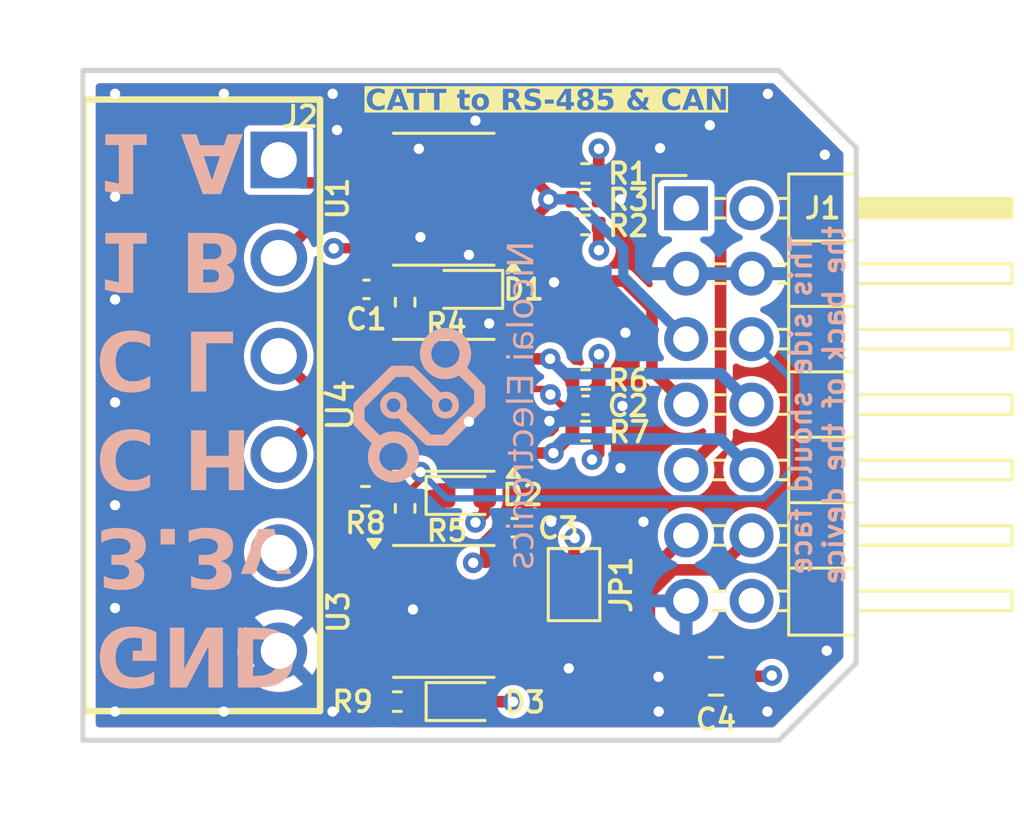
<source format=kicad_pcb>
(kicad_pcb (version 20241229) (generator "pcbnew") (generator_version "9.0")
  (layers (0 "F.Cu" signal) (4 "In1.Cu" signal) (6 "In2.Cu" signal) (2 "B.Cu" signal) (13 "F.Paste" user) (15 "B.Paste" user) (5 "F.SilkS" user "F.Silkscreen") (7 "B.SilkS" user "B.Silkscreen") (1 "F.Mask" user) (3 "B.Mask" user) (25 "Edge.Cuts" user))
  (net 0 "")
  (net 1 "+3.3V")
  (net 3 "GND")
  (net 4 "RX1")
  (net 5 "TX1")
  (net 6 "CAN_RX")
  (net 7 "CAN_MODE")
  (net 8 "Net-(D1-A)")
  (net 9 "DIR1")
  (net 10 "CAN_TX")
  (net 11 "OUT1_N")
  (net 12 "OUT1_P")
  (net 13 "Net-(D3-K)")
  (net 14 "CANH")
  (net 15 "CANL")
  (net 16 "I2C_SCL")
  (net 17 "I2C_SDA")
  (net 18 "Net-(JP1-A)")
  (net 19 "Net-(U4-Rs)")
  (net 21 "Net-(D2-K)")
  (footprint "Resistor_SMD:R_0402_1005Metric" (layer "F.Cu") (at 4.5 -9)
    (property "Reference" "R1")
    (property "Value" "100k" (hide yes))
  )
  (footprint "Resistor_SMD:R_0402_1005Metric" (layer "F.Cu") (at -4.0386 3.5306)
    (property "Reference" "R8")
    (property "Value" "10k" (hide yes))
  )
  (footprint "Resistor_SMD:R_0402_1005Metric" (layer "F.Cu") (at -2.5 -4 -90)
    (property "Reference" "R4")
    (property "Value" "1k" (hide yes))
  )
  (footprint "Package_SO:SOIC-8_3.9x4.9mm_P1.27mm" (layer "F.Cu") (at -1 -8 180)
    (property "Reference" "U1")
    (property "Value" "SN65HVD75DR" (hide yes))
  )
  (footprint "Resistor_SMD:R_0402_1005Metric" (layer "F.Cu") (at 4.5 -8 180)
    (property "Reference" "R3")
    (property "Value" "100k" (hide yes))
  )
  (footprint "Capacitor_SMD:C_0402_1005Metric" (layer "F.Cu") (at -4 -4.5 180)
    (property "Reference" "C1")
    (property "Value" "100n" (hide yes))
  )
  (footprint "Resistor_SMD:R_0402_1005Metric" (layer "F.Cu") (at -2.5 4 -90)
    (property "Reference" "R5")
    (property "Value" "1k" (hide yes))
  )
  (footprint "Capacitor_SMD:C_0402_1005Metric" (layer "F.Cu") (at 1.75 4.75)
    (property "Reference" "C3")
    (property "Value" "100n" (hide yes))
  )
  (footprint "Capacitor_SMD:C_0402_1005Metric" (layer "F.Cu") (at 4.5 0)
    (property "Reference" "C2")
    (property "Value" "100n" (hide yes))
  )
  (footprint "Package_SO:SOP-8_3.9x4.9mm_P1.27mm" (layer "F.Cu") (at -1 8)
    (property "Reference" "U3")
    (property "Value" "24C02BN" (hide yes))
  )
  (footprint "Resistor_SMD:R_0402_1005Metric" (layer "F.Cu") (at -2.8044 11.5)
    (property "Reference" "R9")
    (property "Value" "1k" (hide yes))
  )
  (footprint "Resistor_SMD:R_0402_1005Metric" (layer "F.Cu") (at 4.5 -7)
    (property "Reference" "R2")
    (property "Value" "100k" (hide yes))
  )
  (footprint "Jumper:SolderJumper-2_P1.3mm_Open_TrianglePad1.0x1.5mm" (layer "F.Cu") (at 4.0536 6.9596 90)
    (property "Reference" "JP1")
    (property "Value" "WP" (hide yes))
  )
  (footprint "Resistor_SMD:R_0402_1005Metric" (layer "F.Cu") (at 4.5 1)
    (property "Reference" "R7")
    (property "Value" "100k" (hide yes))
  )
  (footprint "LED_SMD:LED_0603_1608Metric" (layer "F.Cu") (at -0.2 3.5)
    (property "Reference" "D2")
    (property "Value" "LED" (hide yes))
  )
  (footprint "Resistor_SMD:R_0402_1005Metric" (layer "F.Cu") (at 4.5 -1)
    (property "Reference" "R6")
    (property "Value" "100k" (hide yes))
  )
  (footprint "Package_SO:SOIC-8_3.9x4.9mm_P1.27mm" (layer "F.Cu") (at -1 0 180)
    (property "Reference" "U4")
    (property "Value" "SN65HVD230")
  )
  (footprint "Capacitor_SMD:C_0805_2012Metric" (layer "F.Cu") (at 9.5654 10.5156 180)
    (property "Reference" "C4")
    (property "Value" "22u" (hide yes))
  )
  (footprint "library:CONN-TH_WJ15EDGRC-3.81-6P" (layer "F.Cu") (at -7.4 0 -90)
    (property "Reference" "J2")
    (property "Value" "Output" (hide yes))
  )
  (footprint "Connector_PinHeader_2.54mm:PinHeader_2x07_P2.54mm_Horizontal" (layer "F.Cu") (at 8.4 -7.65)
    (property "Reference" "J1")
    (property "Value" "CATT" (hide yes))
  )
  (footprint "LED_SMD:LED_0603_1608Metric" (layer "F.Cu") (at -0.2 11.5)
    (property "Reference" "D3")
    (property "Value" "LED" (hide yes))
  )
  (footprint "LED_SMD:LED_0603_1608Metric" (layer "F.Cu") (at -0.2 -4.5 180)
    (property "Reference" "D1")
    (property "Value" "LED" (hide yes))
  )
  (gr_poly (pts (xy -3.472833 -0.002759) (xy -3.472189 -0.028769) (xy -3.470268 -0.054602) (xy -3.467087 -0.080216) (xy -3.462664 -0.105567) (xy -3.457018 -0.130613) (xy -3.450165 -0.15531) (xy -3.442123 -0.179616) (xy -3.432912 -0.203488) (xy -3.422547 -0.226882) (xy -3.411047 -0.249755) (xy -3.39843 -0.272065) (xy -3.384714 -0.293768) (xy -3.369917 -0.314823) (xy -3.354055 -0.335184) (xy -3.337148 -0.35481) (xy -3.319212 -0.373658) (xy -3.300365 -0.391594) (xy -3.280739 -0.408502) (xy -3.260378 -0.424364) (xy -3.239324 -0.439163) (xy -3.217621 -0.45288) (xy -3.195311 -0.465497) (xy -3.172438 -0.476998) (xy -3.149044 -0.487363) (xy -3.125172 -0.496576) (xy -3.100866 -0.504618) (xy -3.076168 -0.511471) (xy -3.051122 -0.517119) (xy -3.02577 -0.521542) (xy -3.000156 -0.524724) (xy -2.974321 -0.526646) (xy -2.94831 -0.527291) (xy -2.9223 -0.526647) (xy -2.896467 -0.524725) (xy -2.870853 -0.521544) (xy -2.845502 -0.51712) (xy -2.820456 -0.511473) (xy -2.795759 -0.50462) (xy -2.771453 -0.496578) (xy -2.747582 -0.487366) (xy -2.724188 -0.477001) (xy -2.701315 -0.465501) (xy -2.679005 -0.452884) (xy -2.657302 -0.439167) (xy -2.636248 -0.424369) (xy -2.615886 -0.408507) (xy -2.59626 -0.3916) (xy -2.577413 -0.373664) (xy -2.559477 -0.354816) (xy -2.54257 -0.33519) (xy -2.526708 -0.314829) (xy -2.51191 -0.293775) (xy -2.498194 -0.272072) (xy -2.485577 -0.249762) (xy -2.474077 -0.226888) (xy -2.463712 -0.203495) (xy -2.454499 -0.179624) (xy -2.446458 -0.155318) (xy -2.439604 -0.130621) (xy -2.433957 -0.105575) (xy -2.429534 -0.080224) (xy -2.426353 -0.05461) (xy -2.424431 -0.028777) (xy -2.423787 -0.002767) (xy -2.423939 0.008819) (xy -2.424347 0.02039) (xy -2.42501 0.03194) (xy -2.425927 0.043466) (xy -2.427097 0.054963) (xy -2.428519 0.066428) (xy -2.430193 0.077855) (xy -2.432118 0.089242) (xy -2.434294 0.100583) (xy -2.436719 0.111876) (xy -2.439392 0.123115) (xy -2.442314 0.134296) (xy -2.445482 0.145415) (xy -2.448897 0.156469) (xy -2.452558 0.167453) (xy -2.456464 0.178362) (xy -2.299423 0.333655) (xy -2.125909 0.506604) (xy -1.497965 1.136069) (xy -1.026566 1.136069) (xy -0.426068 0.529059) (xy 0.174401 -0.077981) (xy 0.174401 -0.570527) (xy -0.409914 -1.161319) (xy -0.439628 -1.143538) (xy -0.469878 -1.126837) (xy -0.500634 -1.111224) (xy -0.531866 -1.096708) (xy -0.563545 -1.083297) (xy -0.59564 -1.071001) (xy -0.628122 -1.059827) (xy -0.660961 -1.049785) (xy -0.694127 -1.040882) (xy -0.72759 -1.033128) (xy -0.761321 -1.026531) (xy -0.79529 -1.021099) (xy -0.829466 -1.016841) (xy -0.863821 -1.013765) (xy -0.898323 -1.011881) (xy -0.932945 -1.011196) (xy -0.936839 -1.011293) (xy -0.936839 -1.459067) (xy -0.909738 -1.459738) (xy -0.882821 -1.46174) (xy -0.856133 -1.465055) (xy -0.829719 -1.469664) (xy -0.803623 -1.475548) (xy -0.77789 -1.482689) (xy -0.752565 -1.491068) (xy -0.727693 -1.500666) (xy -0.703318 -1.511466) (xy -0.679485 -1.523448) (xy -0.65624 -1.536595) (xy -0.633626 -1.550887) (xy -0.611689 -1.566305) (xy -0.590474 -1.582832) (xy -0.570025 -1.600449) (xy -0.550387 -1.619137) (xy -0.531699 -1.638775) (xy -0.514082 -1.659224) (xy -0.497555 -1.68044) (xy -0.482136 -1.702376) (xy -0.467845 -1.72499) (xy -0.454698 -1.748235) (xy -0.442716 -1.772067) (xy -0.431916 -1.796442) (xy -0.422318 -1.821314) (xy -0.413939 -1.846638) (xy -0.406798 -1.872371) (xy -0.400914 -1.898466) (xy -0.396305 -1.924879) (xy -0.39299 -1.951566) (xy -0.390988 -1.978482) (xy -0.390317 -2.005581) (xy -0.390987 -2.032681) (xy -0.392989 -2.059598) (xy -0.396304 -2.086286) (xy -0.400912 -2.112701) (xy -0.406796 -2.138797) (xy -0.413936 -2.16453) (xy -0.422315 -2.189855) (xy -0.431913 -2.214728) (xy -0.442712 -2.239103) (xy -0.454694 -2.262936) (xy -0.46784 -2.286181) (xy -0.482132 -2.308795) (xy -0.49755 -2.330732) (xy -0.514077 -2.351948) (xy -0.531693 -2.372397) (xy -0.550381 -2.392035) (xy -0.570019 -2.410724) (xy -0.590468 -2.428341) (xy -0.611683 -2.444868) (xy -0.63362 -2.460287) (xy -0.656233 -2.474579) (xy -0.679479 -2.487726) (xy -0.703312 -2.499709) (xy -0.727687 -2.510509) (xy -0.752559 -2.520108) (xy -0.777885 -2.528487) (xy -0.803619 -2.535628) (xy -0.829716 -2.541513) (xy -0.856131 -2.546122) (xy -0.88282 -2.549437) (xy -0.909738 -2.551439) (xy -0.93684 -2.552111) (xy -0.963941 -2.55144) (xy -0.990858 -2.549438) (xy -1.017546 -2.546123) (xy -1.04396 -2.541514) (xy -1.070056 -2.53563) (xy -1.095789 -2.52849) (xy -1.121114 -2.520111) (xy -1.145987 -2.510512) (xy -1.170362 -2.499712) (xy -1.194194 -2.48773) (xy -1.21744 -2.474584) (xy -1.240053 -2.460292) (xy -1.26199 -2.444873) (xy -1.283205 -2.428346) (xy -1.303654 -2.410729) (xy -1.323292 -2.392041) (xy -1.34198 -2.372403) (xy -1.359597 -2.351954) (xy -1.376124 -2.330739) (xy -1.391543 -2.308802) (xy -1.405835 -2.286188) (xy -1.418981 -2.262943) (xy -1.430963 -2.23911) (xy -1.441763 -2.214735) (xy -1.451362 -2.189863) (xy -1.459741 -2.164538) (xy -1.466881 -2.138805) (xy -1.472765 -2.112709) (xy -1.477374 -2.086294) (xy -1.480688 -2.059606) (xy -1.482691 -2.03269) (xy -1.483362 -2.005589) (xy -1.483362 -2.00559) (xy -1.483362 -2.005591) (xy -1.483362 -2.005592) (xy -1.483362 -2.005593) (xy -1.483362 -2.005594) (xy -1.483362 -2.005596) (xy -1.483363 -2.005596) (xy -1.483363 -2.005597) (xy -1.482692 -1.978497) (xy -1.48069 -1.95158) (xy -1.477376 -1.924892) (xy -1.472768 -1.898478) (xy -1.466884 -1.872381) (xy -1.459744 -1.846648) (xy -1.451365 -1.821323) (xy -1.441767 -1.79645) (xy -1.430967 -1.772075) (xy -1.418985 -1.748243) (xy -1.405839 -1.724997) (xy -1.391548 -1.702383) (xy -1.376129 -1.680446) (xy -1.359602 -1.65923) (xy -1.341986 -1.638781) (xy -1.323298 -1.619143) (xy -1.30366 -1.600455) (xy -1.283211 -1.582837) (xy -1.261996 -1.56631) (xy -1.240059 -1.550891) (xy -1.217446 -1.536599) (xy -1.1942 -1.523452) (xy -1.170368 -1.511469) (xy -1.145993 -1.500669) (xy -1.12112 -1.49107) (xy -1.095794 -1.482691) (xy -1.070061 -1.47555) (xy -1.043964 -1.469665) (xy -1.017548 -1.465056) (xy -0.990859 -1.461741) (xy -0.963941 -1.459738) (xy -0.936839 -1.459067) (xy -0.936839 -1.011293) (xy -0.982254 -1.012418) (xy -1.031229 -1.016061) (xy -1.079788 -1.022093) (xy -1.127849 -1.030478) (xy -1.175331 -1.041184) (xy -1.222153 -1.054177) (xy -1.268232 -1.069423) (xy -1.313487 -1.086888) (xy -1.357837 -1.106538) (xy -1.401201 -1.128341) (xy -1.443496 -1.15226) (xy -1.484642 -1.178265) (xy -1.524556 -1.206319) (xy -1.563157 -1.23639) (xy -1.600364 -1.268444) (xy -1.636095 -1.302447) (xy -1.670098 -1.338179) (xy -1.702152 -1.375386) (xy -1.732223 -1.413987) (xy -1.760277 -1.453901) (xy -1.786281 -1.495046) (xy -1.810201 -1.537341) (xy -1.832003 -1.580704) (xy -1.851654 -1.625054) (xy -1.869119 -1.670309) (xy -1.884364 -1.716388) (xy -1.897357 -1.763208) (xy -1.908063 -1.810689) (xy -1.916449 -1.858749) (xy -1.92248 -1.907307) (xy -1.926124 -1.956281) (xy -1.927346 -2.005589) (xy -1.926124 -2.054899) (xy -1.922481 -2.103874) (xy -1.91645 -2.152433) (xy -1.908065 -2.200494) (xy -1.89736 -2.247976) (xy -1.884367 -2.294797) (xy -1.869122 -2.340876) (xy -1.851657 -2.386132) (xy -1.832007 -2.430482) (xy -1.810206 -2.473846) (xy -1.786286 -2.516141) (xy -1.760282 -2.557287) (xy -1.732228 -2.597201) (xy -1.702157 -2.635803) (xy -1.670104 -2.67301) (xy -1.636101 -2.708742) (xy -1.60037 -2.742745) (xy -1.563163 -2.774799) (xy -1.524562 -2.804871) (xy -1.484648 -2.832925) (xy -1.443502 -2.85893) (xy -1.401207 -2.88285) (xy -1.357844 -2.904652) (xy -1.313493 -2.924303) (xy -1.268238 -2.941768) (xy -1.222158 -2.957014) (xy -1.175336 -2.970008) (xy -1.127854 -2.980714) (xy -1.079792 -2.9891) (xy -1.031232 -2.995132) (xy -0.982256 -2.998776) (xy -0.932945 -2.999998) (xy -0.883635 -2.998776) (xy -0.83466 -2.995133) (xy -0.786101 -2.989101) (xy -0.73804 -2.980716) (xy -0.690558 -2.97001) (xy -0.643737 -2.957017) (xy -0.597658 -2.941771) (xy -0.552403 -2.924306) (xy -0.508053 -2.904656) (xy -0.464689 -2.882854) (xy -0.422394 -2.858934) (xy -0.381249 -2.83293) (xy -0.341335 -2.804875) (xy -0.302733 -2.774804) (xy -0.265526 -2.74275) (xy -0.229795 -2.708747) (xy -0.195792 -2.673016) (xy -0.163738 -2.635809) (xy -0.133667 -2.597207) (xy -0.105613 -2.557293) (xy -0.079609 -2.516148) (xy -0.055689 -2.473852) (xy -0.033887 -2.430489) (xy -0.014236 -2.386139) (xy 0.003229 -2.340884) (xy 0.018474 -2.294804) (xy 0.031467 -2.247983) (xy 0.042173 -2.200501) (xy 0.050559 -2.15244) (xy 0.05659 -2.103881) (xy 0.060233 -2.054906) (xy 0.061455 -2.005597) (xy 0.060803 -1.969784) (xy 0.058867 -1.9341) (xy 0.055658 -1.898577) (xy 0.051184 -1.863249) (xy 0.045457 -1.828147) (xy 0.038485 -1.793305) (xy 0.030278 -1.758755) (xy 0.020846 -1.724532) (xy 0.010198 -1.690666) (xy -0.001655 -1.657192) (xy -0.014705 -1.624143) (xy -0.02894 -1.59155) (xy -0.044353 -1.559447) (xy -0.060932 -1.527867) (xy -0.078669 -1.496843) (xy -0.097553 -1.466408) (xy 0.153626 -1.211551) (xy 0.373345 -0.987055) (xy 0.530886 -0.823769) (xy 0.576742 -0.774719) (xy 0.58976 -0.760029) (xy 0.595534 -0.752539) (xy 0.597665 -0.747096) (xy 0.599644 -0.739009) (xy 0.603154 -0.714717) (xy 0.606078 -0.679283) (xy 0.608431 -0.632327) (xy 0.61023 -0.57347) (xy 0.611489 -0.502332) (xy 0.612451 -0.321699) (xy 0.612255 -0.202406) (xy 0.611999 -0.152471) (xy 0.611604 -0.108439) (xy 0.611044 -0.069881) (xy 0.610296 -0.03637) (xy 0.609334 -0.007476) (xy 0.608132 0.017228) (xy 0.606666 0.03817) (xy 0.60491 0.05578) (xy 0.603916 0.063469) (xy 0.60284 0.070486) (xy 0.601679 0.076883) (xy 0.60043 0.082715) (xy 0.59909 0.088035) (xy 0.597656 0.092897) (xy 0.596124 0.097354) (xy 0.594491 0.101459) (xy 0.592755 0.105267) (xy 0.590912 0.108831) (xy 0.588959 0.112204) (xy 0.586893 0.11544) (xy 0.517587 0.191321) (xy 0.357641 0.356848) (xy -0.114161 0.83587) (xy -0.588498 1.310569) (xy -0.751613 1.470692) (xy -0.825357 1.539008) (xy -0.840602 1.547577) (xy -0.849205 1.551115) (xy -0.859089 1.554197) (xy -0.870725 1.556854) (xy -0.884584 1.559117) (xy -0.920848 1.562585) (xy -0.971648 1.56485) (xy -1.040746 1.56616) (xy -1.248895 1.56691) (xy -1.326201 1.566666) (xy -1.400051 1.565966) (xy -1.468702 1.564861) (xy -1.530417 1.563398) (xy -1.583454 1.561626) (xy -1.626074 1.559596) (xy -1.656537 1.557355) (xy -1.666666 1.556171) (xy -1.673103 1.554953) (xy -1.681096 1.550976) (xy -1.693706 1.542107) (xy -1.733151 1.509334) (xy -1.792193 1.455913) (xy -1.871586 1.381126) (xy -2.094442 1.164574) (xy -2.407752 0.853924) (xy -2.599138 0.661817) (xy -2.769219 0.489535) (xy -2.780012 0.49337) (xy -2.790877 0.496966) (xy -2.80181 0.500322) (xy -2.812807 0.503437) (xy -2.823864 0.50631) (xy -2.834977 0.50894) (xy -2.846143 0.511328) (xy -2.857356 0.513471) (xy -2.868613 0.515371) (xy -2.87991 0.517024) (xy -2.891244 0.518432) (xy -2.902609 0.519594) (xy -2.914002 0.520507) (xy -2.92542 0.521173) (xy -2.936857 0.52159) (xy -2.94831 0.521757) (xy -2.949345 0.521731) (xy -2.949345 0.261861) (xy -2.935715 0.261516) (xy -2.922265 0.260493) (xy -2.909009 0.258808) (xy -2.895966 0.256479) (xy -2.883152 0.253521) (xy -2.870584 0.249951) (xy -2.858277 0.245787) (xy -2.846249 0.241045) (xy -2.834517 0.23574) (xy -2.823097 0.229891) (xy -2.812005 0.223513) (xy -2.801259 0.216624) (xy -2.790875 0.209239) (xy -2.780869 0.201376) (xy -2.771259 0.193051) (xy -2.76206 0.184281) (xy -2.75329 0.175083) (xy -2.744966 0.165472) (xy -2.737103 0.155466) (xy -2.729718 0.145082) (xy -2.722829 0.134335) (xy -2.716451 0.123244) (xy -2.710602 0.111823) (xy -2.705298 0.10009) (xy -2.700555 0.088062) (xy -2.696391 0.075755) (xy -2.692821 0.063186) (xy -2.689864 0.050372) (xy -2.687534 0.037328) (xy -2.685849 0.024072) (xy -2.684826 0.010621) (xy -2.684481 -0.003009) (xy -2.684826 -0.016639) (xy -2.68585 -0.03009) (xy -2.687535 -0.043345) (xy -2.689865 -0.056388) (xy -2.692823 -0.069202) (xy -2.696392 -0.081771) (xy -2.700557 -0.094077) (xy -2.7053 -0.106105) (xy -2.710604 -0.117837) (xy -2.716454 -0.129257) (xy -2.722832 -0.140348) (xy -2.729721 -0.151094) (xy -2.737106 -0.161479) (xy -2.744969 -0.171484) (xy -2.753294 -0.181094) (xy -2.762064 -0.190292) (xy -2.771262 -0.199062) (xy -2.780873 -0.207387) (xy -2.790879 -0.215249) (xy -2.801263 -0.222634) (xy -2.812009 -0.229523) (xy -2.8231 -0.2359) (xy -2.834521 -0.241749) (xy -2.846253 -0.247053) (xy -2.85828 -0.251795) (xy -2.870586 -0.255959) (xy -2.883155 -0.259528) (xy -2.895968 -0.262486) (xy -2.909011 -0.264815) (xy -2.922266 -0.266499) (xy -2.935716 -0.267522) (xy -2.949345 -0.267867) (xy -2.962975 -0.267521) (xy -2.976425 -0.266498) (xy -2.989681 -0.264814) (xy -3.002724 -0.262484) (xy -3.015538 -0.259526) (xy -3.028106 -0.255957) (xy -3.040413 -0.251793) (xy -3.05244 -0.24705) (xy -3.064173 -0.241746) (xy -3.075593 -0.235896) (xy -3.086685 -0.229519) (xy -3.097431 -0.222629) (xy -3.107815 -0.215245) (xy -3.117821 -0.207382) (xy -3.127431 -0.199057) (xy -3.136629 -0.190287) (xy -3.145399 -0.181089) (xy -3.153724 -0.171478) (xy -3.161587 -0.161473) (xy -3.168971 -0.151088) (xy -3.175861 -0.140342) (xy -3.182238 -0.129251) (xy -3.188088 -0.11783) (xy -3.193392 -0.106098) (xy -3.198134 -0.09407) (xy -3.202299 -0.081764) (xy -3.205868 -0.069195) (xy -3.208826 -0.056381) (xy -3.211155 -0.043338) (xy -3.21284 -0.030083) (xy -3.213863 -0.016632) (xy -3.214208 -0.003003) (xy -3.214208 -0.002995) (xy -3.213863 0.010635) (xy -3.212839 0.024085) (xy -3.211154 0.037341) (xy -3.208824 0.050383) (xy -3.205866 0.063198) (xy -3.202296 0.075766) (xy -3.198132 0.088072) (xy -3.193389 0.1001) (xy -3.188084 0.111832) (xy -3.182235 0.123252) (xy -3.175857 0.134344) (xy -3.168967 0.14509) (xy -3.161583 0.155474) (xy -3.15372 0.165479) (xy -3.145395 0.175089) (xy -3.136625 0.184287) (xy -3.127426 0.193057) (xy -3.117816 0.201382) (xy -3.10781 0.209244) (xy -3.097426 0.216628) (xy -3.08668 0.223517) (xy -3.075589 0.229895) (xy -3.064169 0.235744) (xy -3.052437 0.241048) (xy -3.040409 0.24579) (xy -3.028103 0.249954) (xy -3.015535 0.253523) (xy -3.002721 0.25648) (xy -2.989679 0.258809) (xy -2.976424 0.260494) (xy -2.962974 0.261516) (xy -2.949345 0.261861) (xy -2.949345 0.521731) (xy -2.97432 0.521113) (xy -3.000153 0.519191) (xy -3.025767 0.51601) (xy -3.051118 0.511586) (xy -3.076164 0.505939) (xy -3.100861 0.499086) (xy -3.125166 0.491044) (xy -3.149038 0.481832) (xy -3.172431 0.471467) (xy -3.195305 0.459967) (xy -3.217614 0.44735) (xy -3.239318 0.433633) (xy -3.260372 0.418835) (xy -3.280733 0.402973) (xy -3.300359 0.386066) (xy -3.319207 0.36813) (xy -3.337142 0.349282) (xy -3.35405 0.329656) (xy -3.369912 0.309295) (xy -3.38471 0.288241) (xy -3.398426 0.266538) (xy -3.411043 0.244228) (xy -3.422543 0.221354) (xy -3.432908 0.197961) (xy -3.442121 0.174089) (xy -3.450162 0.149784) (xy -3.457016 0.125087) (xy -3.462663 0.100041) (xy -3.467086 0.07469) (xy -3.470268 0.049076) (xy -3.472189 0.023243) (xy -3.472834 -0.002767)) (stroke (width -0.000001)) (fill yes) (layer "B.SilkS"))
  (gr_poly (pts (xy -4.506282 0.207879) (xy -4.506051 0.159306) (xy -4.505675 0.116718) (xy -4.505121 0.079647) (xy -4.50436 0.04762) (xy -4.50336 0.020168) (xy -4.50209 -0.003179) (xy -4.500519 -0.022893) (xy -4.499611 -0.031535) (xy -4.498616 -0.039444) (xy -4.497531 -0.04668) (xy -4.496351 -0.053302) (xy -4.495072 -0.059369) (xy -4.493692 -0.064938) (xy -4.492205 -0.07007) (xy -4.490607 -0.074822) (xy -4.488896 -0.079255) (xy -4.487068 -0.083426) (xy -4.485117 -0.087394) (xy -4.483041 -0.091218) (xy -4.478497 -0.09867) (xy -4.410181 -0.172414) (xy -4.250058 -0.335529) (xy -3.775359 -0.809866) (xy -3.296337 -1.281668) (xy -3.130809 -1.441614) (xy -3.054928 -1.51092) (xy -3.040906 -1.518527) (xy -3.03229 -1.521695) (xy -3.022021 -1.524472) (xy -2.99477 -1.528954) (xy -2.955653 -1.532176) (xy -2.901167 -1.534338) (xy -2.827812 -1.535642) (xy -2.610486 -1.536478) (xy -2.511742 -1.536258) (xy -2.426372 -1.535527) (xy -2.353973 -1.534271) (xy -2.294138 -1.532474) (xy -2.246463 -1.530119) (xy -2.227059 -1.528729) (xy -2.210542 -1.527193) (xy -2.196863 -1.525511) (xy -2.185971 -1.523679) (xy -2.177815 -1.521697) (xy -2.172345 -1.519562) (xy -2.136649 -1.488428) (xy -2.055645 -1.411701) (xy -1.793908 -1.157322) (xy -1.12488 -0.495798) (xy -1.128163 -0.494637) (xy -1.131437 -0.493455) (xy -1.134704 -0.49225) (xy -1.137964 -0.491024) (xy -1.143989 -0.488435) (xy -1.14998 -0.485771) (xy -1.155937 -0.483032) (xy -1.161859 -0.48022) (xy -1.167746 -0.477333) (xy -1.173596 -0.474373) (xy -1.179409 -0.47134) (xy -1.185185 -0.468234) (xy -1.19092 -0.465053) (xy -1.196613 -0.461801) (xy -1.202266 -0.458478) (xy -1.207876 -0.455086) (xy -1.213443 -0.451623) (xy -1.218967 -0.44809) (xy -1.224446 -0.444489) (xy -1.229881 -0.440819) (xy -1.23527 -0.437082) (xy -1.240612 -0.433279) (xy -1.245905 -0.429409) (xy -1.25115 -0.425474) (xy -1.256345 -0.421473) (xy -1.26149 -0.417408) (xy -1.266584 -0.413278) (xy -1.271626 -0.409084) (xy -1.276611 -0.404831) (xy -1.281543 -0.400516) (xy -1.286419 -0.39614) (xy -1.291241 -0.391703) (xy -1.296007 -0.387207) (xy -1.300716 -0.382651) (xy -1.305369 -0.378037) (xy -1.309964 -0.373364) (xy -1.314506 -0.368631) (xy -1.318988 -0.363841) (xy -1.323409 -0.358996) (xy -1.327769 -0.354096) (xy -1.332068 -0.349142) (xy -1.336304 -0.344135) (xy -1.340478 -0.339074) (xy -1.344589 -0.333961) (xy -1.348631 -0.328802) (xy -1.352609 -0.323593) (xy -1.35652 -0.318335) (xy -1.360366 -0.313028) (xy -1.364144 -0.307674) (xy -1.367856 -0.302274) (xy -1.3715 -0.296826) (xy -1.375077 -0.291333) (xy -1.378584 -0.285792) (xy -1.382021 -0.280208) (xy -1.385388 -0.274583) (xy -1.388684 -0.268915) (xy -1.391908 -0.263208) (xy -1.395062 -0.25746) (xy -1.398144 -0.251672) (xy -1.401153 -0.245846) (xy -1.404091 -0.239983) (xy -1.406956 -0.234084) (xy -1.409746 -0.228151) (xy -1.412462 -0.222183) (xy -1.415103 -0.216182) (xy -1.417668 -0.210148) (xy -1.420159 -0.204081) (xy -1.422574 -0.197983) (xy -1.423758 -0.194535) (xy -1.424602 -0.192018) (xy -1.418368 -0.208173) (xy -1.408003 -0.231567) (xy -1.396504 -0.25444) (xy -1.383887 -0.27675) (xy -1.37017 -0.298454) (xy -1.355373 -0.319508) (xy -1.339511 -0.33987) (xy -1.322604 -0.359496) (xy -1.304668 -0.378343) (xy -1.285821 -0.39628) (xy -1.266195 -0.413188) (xy -1.245834 -0.42905) (xy -1.22478 -0.443848) (xy -1.203077 -0.457565) (xy -1.180767 -0.470182) (xy -1.157894 -0.481683) (xy -1.1345 -0.492048) (xy -1.110629 -0.501261) (xy -1.086323 -0.509303) (xy -1.061625 -0.516157) (xy -1.036579 -0.521804) (xy -1.011227 -0.526228) (xy -0.985613 -0.529409) (xy -0.959779 -0.531331) (xy -0.933768 -0.531976) (xy -0.907758 -0.531332) (xy -0.881925 -0.52941) (xy -0.856311 -0.526229) (xy -0.83096 -0.521806) (xy -0.805914 -0.516159) (xy -0.781217 -0.509305) (xy -0.756912 -0.501264) (xy -0.73304 -0.492051) (xy -0.709647 -0.481686) (xy -0.686773 -0.470186) (xy -0.664463 -0.457569) (xy -0.64276 -0.443852) (xy -0.621706 -0.429054) (xy -0.601345 -0.413192) (xy -0.581719 -0.396285) (xy -0.562871 -0.378349) (xy -0.544936 -0.359501) (xy -0.528028 -0.339875) (xy -0.512166 -0.319514) (xy -0.497368 -0.29846) (xy -0.483652 -0.276757) (xy -0.471035 -0.254447) (xy -0.459535 -0.231574) (xy -0.44917 -0.208181) (xy -0.439958 -0.18431) (xy -0.431916 -0.160005) (xy -0.425063 -0.135308) (xy -0.419416 -0.110263) (xy -0.414992 -0.084913) (xy -0.411811 -0.0593) (xy -0.409889 -0.033468) (xy -0.409245 -0.00746) (xy -0.409889 0.01855) (xy -0.41181 0.044383) (xy -0.414991 0.069997) (xy -0.419414 0.095348) (xy -0.42506 0.120394) (xy -0.431913 0.145091) (xy -0.439954 0.169397) (xy -0.449166 0.193269) (xy -0.459531 0.216663) (xy -0.47103 0.239536) (xy -0.483647 0.261846) (xy -0.497363 0.28355) (xy -0.512161 0.304604) (xy -0.528023 0.324965) (xy -0.54493 0.344591) (xy -0.562866 0.363439) (xy -0.581713 0.381375) (xy -0.601339 0.398283) (xy -0.6217 0.414145) (xy -0.642754 0.428944) (xy -0.664457 0.442661) (xy -0.686767 0.455278) (xy -0.70964 0.466778) (xy -0.733034 0.477144) (xy -0.756905 0.486357) (xy -0.781211 0.494399) (xy -0.805909 0.501252) (xy -0.830955 0.5069) (xy -0.856307 0.511323) (xy -0.881921 0.514505) (xy -0.907755 0.516427) (xy -0.933766 0.517072) (xy -0.934802 0.517046) (xy -0.934802 0.257176) (xy -0.921172 0.25683) (xy -0.907721 0.255807) (xy -0.894466 0.254123) (xy -0.881423 0.251793) (xy -0.868609 0.248835) (xy -0.85604 0.245266) (xy -0.843733 0.241102) (xy -0.831706 0.236359) (xy -0.819973 0.231055) (xy -0.808553 0.225205) (xy -0.797462 0.218828) (xy -0.786715 0.211938) (xy -0.776331 0.204554) (xy -0.766325 0.19669) (xy -0.756715 0.188366) (xy -0.747517 0.179596) (xy -0.738747 0.170397) (xy -0.730422 0.160786) (xy -0.722559 0.15078) (xy -0.715175 0.140396) (xy -0.708285 0.12965) (xy -0.701908 0.118558) (xy -0.696059 0.107137) (xy -0.690754 0.095404) (xy -0.686012 0.083376) (xy -0.681848 0.071069) (xy -0.678278 0.0585) (xy -0.675321 0.045686) (xy -0.672991 0.032642) (xy -0.671307 0.019387) (xy -0.670283 0.005935) (xy -0.669939 -0.007695) (xy -0.670284 -0.021325) (xy -0.671307 -0.034775) (xy -0.672993 -0.048031) (xy -0.675322 -0.061074) (xy -0.678281 -0.073888) (xy -0.68185 -0.086456) (xy -0.686015 -0.098762) (xy -0.690758 -0.11079) (xy -0.696062 -0.122522) (xy -0.701912 -0.133942) (xy -0.70829 -0.145033) (xy -0.715179 -0.155779) (xy -0.722564 -0.166164) (xy -0.730427 -0.176169) (xy -0.738752 -0.185779) (xy -0.747522 -0.194977) (xy -0.75672 -0.203747) (xy -0.766331 -0.212071) (xy -0.776336 -0.219934) (xy -0.78672 -0.227318) (xy -0.797466 -0.234207) (xy -0.808558 -0.240584) (xy -0.819978 -0.246433) (xy -0.83171 -0.251737) (xy -0.843737 -0.256479) (xy -0.856043 -0.260643) (xy -0.868612 -0.264212) (xy -0.881425 -0.26717) (xy -0.894468 -0.269499) (xy -0.907722 -0.271183) (xy -0.921173 -0.272206) (xy -0.934802 -0.27255) (xy -0.948431 -0.272206) (xy -0.961882 -0.271182) (xy -0.975137 -0.269498) (xy -0.98818 -0.267168) (xy -1.000994 -0.264211) (xy -1.013563 -0.260641) (xy -1.025869 -0.256477) (xy -1.037897 -0.251734) (xy -1.049629 -0.24643) (xy -1.06105 -0.240581) (xy -1.072141 -0.234203) (xy -1.082887 -0.227314) (xy -1.093272 -0.21993) (xy -1.103277 -0.212067) (xy -1.112888 -0.203742) (xy -1.122086 -0.194972) (xy -1.130856 -0.185774) (xy -1.139181 -0.176163) (xy -1.147044 -0.166158) (xy -1.154428 -0.155773) (xy -1.161318 -0.145027) (xy -1.167695 -0.133936) (xy -1.173545 -0.122515) (xy -1.178849 -0.110783) (xy -1.183591 -0.098755) (xy -1.187756 -0.086449) (xy -1.191325 -0.07388) (xy -1.194283 -0.061066) (xy -1.196613 -0.048023) (xy -1.198297 -0.034768) (xy -1.19932 -0.021317) (xy -1.199665 -0.007687) (xy -1.199665 -0.007681) (xy -1.19932 0.005949) (xy -1.198297 0.0194) (xy -1.196611 0.032655) (xy -1.194282 0.045698) (xy -1.191323 0.058512) (xy -1.187754 0.07108) (xy -1.183589 0.083387) (xy -1.178846 0.095414) (xy -1.173542 0.107146) (xy -1.167692 0.118566) (xy -1.161314 0.129658) (xy -1.154425 0.140404) (xy -1.14704 0.150788) (xy -1.139177 0.160793) (xy -1.130852 0.170404) (xy -1.122082 0.179602) (xy -1.112883 0.188371) (xy -1.103273 0.196696) (xy -1.093267 0.204559) (xy -1.082883 0.211943) (xy -1.072137 0.218832) (xy -1.061045 0.225209) (xy -1.049625 0.231058) (xy -1.037893 0.236362) (xy -1.025866 0.241104) (xy -1.01356 0.245268) (xy -1.000991 0.248837) (xy -0.988178 0.251795) (xy -0.975135 0.254124) (xy -0.961881 0.255808) (xy -0.948431 0.256831) (xy -0.934802 0.257176) (xy -0.934802 0.517046) (xy -0.959776 0.516428) (xy -0.985609 0.514506) (xy -1.011223 0.511324) (xy -1.036574 0.506901) (xy -1.06162 0.501254) (xy -1.086317 0.494401) (xy -1.110623 0.486359) (xy -1.134494 0.477147) (xy -1.157888 0.466782) (xy -1.180761 0.455282) (xy -1.203071 0.442664) (xy -1.224774 0.428948) (xy -1.245828 0.41415) (xy -1.26619 0.398288) (xy -1.285816 0.38138) (xy -1.304663 0.363444) (xy -1.322599 0.344597) (xy -1.339506 0.324971) (xy -1.355368 0.30461) (xy -1.370166 0.283556) (xy -1.383882 0.261852) (xy -1.3965 0.239543) (xy -1.408 0.216669) (xy -1.418365 0.193276) (xy -1.427577 0.169404) (xy -1.435619 0.145099) (xy -1.442472 0.120401) (xy -1.448119 0.095356) (xy -1.452543 0.070005) (xy -1.455724 0.044391) (xy -1.457646 0.018557) (xy -1.458291 -0.007452) (xy -1.45829 -0.007451) (xy -1.45829 -0.00745) (xy -1.45829 -0.007449) (xy -1.45829 -0.007448) (xy -1.45829 -0.007447) (xy -1.45829 -0.007446) (xy -1.45829 -0.007445) (xy -1.457646 -0.033455) (xy -1.455725 -0.059288) (xy -1.452544 -0.084902) (xy -1.448121 -0.110253) (xy -1.442474 -0.135299) (xy -1.435621 -0.159996) (xy -1.42758 -0.184302) (xy -1.427512 -0.184478) (xy -1.559926 -0.313613) (xy -1.70703 -0.458223) (xy -2.354385 -1.09846) (xy -2.861504 -1.09846) (xy -3.468545 -0.49796) (xy -4.075586 0.102539) (xy -4.075586 0.573938) (xy -3.481948 1.16609) (xy -3.451891 1.147746) (xy -3.421273 1.130514) (xy -3.390123 1.114405) (xy -3.358473 1.099426) (xy -3.326356 1.085587) (xy -3.293801 1.072896) (xy -3.260841 1.061364) (xy -3.227506 1.050999) (xy -3.193829 1.041811) (xy -3.159839 1.033808) (xy -3.125569 1.027) (xy -3.091051 1.021395) (xy -3.056314 1.017004) (xy -3.021391 1.013834) (xy -2.986312 1.011896) (xy -2.95111 1.011198) (xy -2.901801 1.01242) (xy -2.852826 1.016063) (xy -2.804267 1.022095) (xy -2.756206 1.03048) (xy -2.708724 1.041187) (xy -2.661903 1.054179) (xy -2.615823 1.069425) (xy -2.570568 1.08689) (xy -2.526218 1.10654) (xy -2.482854 1.128342) (xy -2.440559 1.152262) (xy -2.399414 1.178266) (xy -2.3595 1.206321) (xy -2.320898 1.236392) (xy -2.283691 1.268445) (xy -2.24796 1.302448) (xy -2.213957 1.33818) (xy -2.181903 1.375387) (xy -2.151832 1.413988) (xy -2.123778 1.453902) (xy -2.097774 1.495048) (xy -2.073854 1.537343) (xy -2.052052 1.580706) (xy -2.032401 1.625056) (xy -2.014936 1.670311) (xy -1.999691 1.716389) (xy -1.986698 1.76321) (xy -1.975992 1.810691) (xy -1.967606 1.858752) (xy -1.961575 1.907309) (xy -1.957931 1.956283) (xy -1.956709 2.005591) (xy -1.957931 2.054901) (xy -1.961574 2.103876) (xy -1.967605 2.152435) (xy -1.97599 2.200496) (xy -1.986696 2.247978) (xy -1.999688 2.294799) (xy -2.014933 2.340878) (xy -2.032398 2.386134) (xy -2.052048 2.430484) (xy -2.07385 2.473847) (xy -2.097769 2.516143) (xy -2.123773 2.557288) (xy -2.151827 2.597202) (xy -2.181898 2.635804) (xy -2.213952 2.673011) (xy -2.247955 2.708743) (xy -2.283686 2.742746) (xy -2.320893 2.7748) (xy -2.359494 2.804872) (xy -2.399408 2.832927) (xy -2.440553 2.858931) (xy -2.482848 2.882851) (xy -2.526212 2.904654) (xy -2.570562 2.924304) (xy -2.615818 2.94177) (xy -2.661897 2.957016) (xy -2.708719 2.970009) (xy -2.756202 2.980716) (xy -2.804263 2.989102) (xy -2.852823 2.995134) (xy -2.901799 2.998778) (xy -2.95111 3) (xy -2.955003 2.999903) (xy -2.955003 2.552122) (xy -2.927903 2.551451) (xy -2.900986 2.549448) (xy -2.874298 2.546134) (xy -2.847883 2.541525) (xy -2.821787 2.535641) (xy -2.796054 2.5285) (xy -2.770729 2.520121) (xy -2.745857 2.510523) (xy -2.721482 2.499723) (xy -2.697649 2.48774) (xy -2.674404 2.474594) (xy -2.65179 2.460302) (xy -2.629853 2.444884) (xy -2.608638 2.428356) (xy -2.588189 2.41074) (xy -2.568551 2.392052) (xy -2.549863 2.372414) (xy -2.532247 2.351965) (xy -2.515719 2.33075) (xy -2.500301 2.308813) (xy -2.486009 2.286199) (xy -2.472863 2.262954) (xy -2.46088 2.239122) (xy -2.450081 2.214747) (xy -2.440482 2.189875) (xy -2.432103 2.164551) (xy -2.424962 2.138818) (xy -2.419078 2.112723) (xy -2.414469 2.08631) (xy -2.411155 2.059623) (xy -2.409152 2.032708) (xy -2.408481 2.005608) (xy -2.409152 1.978508) (xy -2.411154 1.951591) (xy -2.414468 1.924903) (xy -2.419076 1.898489) (xy -2.42496 1.872393) (xy -2.4321 1.84666) (xy -2.440479 1.821334) (xy -2.450077 1.796462) (xy -2.460876 1.772087) (xy -2.472858 1.748254) (xy -2.486004 1.725008) (xy -2.500296 1.702394) (xy -2.515714 1.680457) (xy -2.532241 1.659242) (xy -2.549858 1.638792) (xy -2.568546 1.619154) (xy -2.588183 1.600466) (xy -2.608632 1.582849) (xy -2.629848 1.566321) (xy -2.651784 1.550902) (xy -2.674398 1.53661) (xy -2.697643 1.523463) (xy -2.721476 1.511481) (xy -2.745851 1.500681) (xy -2.770724 1.491081) (xy -2.796049 1.482702) (xy -2.821783 1.475561) (xy -2.84788 1.469676) (xy -2.874295 1.465067) (xy -2.900984 1.461752) (xy -2.927902 1.45975) (xy -2.955004 1.459078) (xy -2.982105 1.459749) (xy -3.009021 1.461751) (xy -3.035709 1.465066) (xy -3.062124 1.469674) (xy -3.08822 1.475558) (xy -3.113953 1.482699) (xy -3.139278 1.491078) (xy -3.16415 1.500677) (xy -3.188525 1.511477) (xy -3.212358 1.523459) (xy -3.235603 1.536606) (xy -3.258217 1.550897) (xy -3.280153 1.566316) (xy -3.301369 1.582843) (xy -3.321818 1.60046) (xy -3.341456 1.619148) (xy -3.360144 1.638786) (xy -3.377761 1.659235) (xy -3.394288 1.680451) (xy -3.409707 1.702387) (xy -3.423999 1.725001) (xy -3.437145 1.748246) (xy -3.449128 1.772079) (xy -3.459928 1.796454) (xy -3.469526 1.821326) (xy -3.477905 1.846651) (xy -3.485046 1.872384) (xy -3.49093 1.89848) (xy -3.495539 1.924894) (xy -3.498853 1.951582) (xy -3.500856 1.978499) (xy -3.501527 2.005596) (xy -3.500856 2.032692) (xy -3.498855 2.059609) (xy -3.49554 2.086297) (xy -3.490932 2.112711) (xy -3.485049 2.138808) (xy -3.477908 2.164541) (xy -3.46953 2.189866) (xy -3.459932 2.214738) (xy -3.449132 2.239113) (xy -3.43715 2.262946) (xy -3.424004 2.286192) (xy -3.409713 2.308806) (xy -3.394295 2.330743) (xy -3.377768 2.351958) (xy -3.360151 2.372408) (xy -3.341463 2.392046) (xy -3.321826 2.410734) (xy -3.301377 2.428351) (xy -3.280161 2.444879) (xy -3.258225 2.460298) (xy -3.235611 2.47459) (xy -3.212366 2.487736) (xy -3.188533 2.499719) (xy -3.164158 2.510519) (xy -3.139285 2.520118) (xy -3.113959 2.528498) (xy -3.088226 2.535639) (xy -3.062128 2.541523) (xy -3.035713 2.546132) (xy -3.009024 2.549448) (xy -2.982105 2.55145) (xy -2.955003 2.552122) (xy -2.955003 2.999903) (xy -3.00042 2.998778) (xy -3.049395 2.995135) (xy -3.097954 2.989103) (xy -3.146015 2.980717) (xy -3.193497 2.970011) (xy -3.240318 2.957018) (xy -3.286397 2.941773) (xy -3.331653 2.924308) (xy -3.376003 2.904657) (xy -3.419366 2.882855) (xy -3.461662 2.858936) (xy -3.502807 2.832932) (xy -3.542721 2.804877) (xy -3.581323 2.774806) (xy -3.61853 2.742753) (xy -3.654261 2.70875) (xy -3.688264 2.673018) (xy -3.720318 2.635811) (xy -3.750389 2.59721) (xy -3.778443 2.557296) (xy -3.804447 2.51615) (xy -3.828367 2.473855) (xy -3.850169 2.430492) (xy -3.869819 2.386141) (xy -3.887284 2.340886) (xy -3.90253 2.294807) (xy -3.915523 2.247986) (xy -3.926229 2.200504) (xy -3.934614 2.152442) (xy -3.940646 2.103884) (xy -3.944289 2.054909) (xy -3.945511 2.005599) (xy -3.944864 1.970955) (xy -3.943015 1.936428) (xy -3.939973 1.902049) (xy -3.935748 1.867847) (xy -3.930346 1.833852) (xy -3.923778 1.800093) (xy -3.916051 1.766602) (xy -3.907174 1.733407) (xy -3.897155 1.700538) (xy -3.886004 1.668026) (xy -3.873728 1.6359) (xy -3.860336 1.604191) (xy -3.845837 1.572927) (xy -3.83024 1.542139) (xy -3.813552 1.511857) (xy -3.795782 1.48211) (xy -3.808013 1.46994) (xy -3.971655 1.305202) (xy -4.111713 1.163197) (xy -4.228859 1.04322) (xy -4.323766 0.944563) (xy -4.397105 0.866523) (xy -4.425897 0.835014) (xy -4.449549 0.808393) (xy -4.468145 0.786574) (xy -4.481769 0.769469) (xy -4.490504 0.756988) (xy -4.493066 0.752454) (xy -4.494436 0.749043) (xy -4.496842 0.732479) (xy -4.499087 0.70202) (xy -4.5029 0.606373) (xy -4.505478 0.476017) (xy -4.506425 0.324866) (xy -4.506429 0.324867)) (stroke (width -0.000001)) (fill yes) (layer "B.SilkS"))
  (gr_line (start 15 -10) (end 15 10) (stroke (width 0.2)) (layer "Edge.Cuts"))
  (gr_line (start -15 -13) (end 12 -13) (stroke (width 0.2)) (layer "Edge.Cuts"))
  (gr_line (start 15 10) (end 12 13) (stroke (width 0.2)) (layer "Edge.Cuts"))
  (gr_line (start -15 -13) (end -15 13) (stroke (width 0.2)) (layer "Edge.Cuts"))
  (gr_line (start 15 -10) (end 12 -13) (stroke (width 0.2)) (layer "Edge.Cuts"))
  (gr_line (start -15 13) (end 12 13) (stroke (width 0.2)) (layer "Edge.Cuts"))
  (gr_text "CATT to RS-485 & CAN" (at 3 -11.8 0) (layer "F.SilkS" knockout) (effects (font (size 0.8 0.8) (thickness 0.15) (bold yes))))
  (gr_text "GND\n3.3v\nC H\nC L\n1 B\n1 A" (at -14.5 0 180) (layer "B.SilkS") (effects (font (size 2.28 2.25) (thickness 0.15) (bold yes)) (justify left mirror)))
  (gr_text "Nicolai Electronics" (at 2.053011 0.000001 90) (layer "B.SilkS") (effects (font (size 1 1)) (justify mirror)))
  (gr_text "This side should face\nthe back of the device" (at 13.5 0 90) (layer "B.SilkS") (effects (font (size 0.8 0.8)) (justify mirror)))
  (segment (start 5.01 -7) (end 5.01 -6.0286) (width 0.45) (layer "F.Cu") (net 1))
  (segment (start 5.01 -0.99) (end 4.02 0) (width 0.2) (layer "F.Cu") (net 1))
  (segment (start 5.01 -1.9724) (end 5.0188 -1.9812) (width 0.45) (layer "F.Cu") (net 1))
  (segment (start 5.01 -6.0286) (end 5.0188 -6.0198) (width 0.45) (layer "F.Cu") (net 1))
  (segment (start 5.01 -9) (end 5.01 -9.948) (width 0.45) (layer "F.Cu") (net 1))
  (segment (start 4.0536 5.1816) (end 4.079 5.1562) (width 0.45) (layer "F.Cu") (net 1))
  (segment (start 2.921 -0.635) (end 1.475 -0.635) (width 0.25) (layer "F.Cu") (net 1))
  (segment (start 0.5875 4.1877) (end 0.2286 4.5466) (width 0.45) (layer "F.Cu") (net 1))
  (segment (start 1.1578 4.75) (end 0.6246 5.2832) (width 0.45) (layer "F.Cu") (net 1))
  (segment (start 1.625 6.095) (end 0.6246 6.095) (width 0.4) (layer "F.Cu") (net 1))
  (segment (start 1.6914 11.5062) (end 0.5937 11.5062) (width 0.45) (layer "F.Cu") (net 1))
  (segment (start 0.6246 5.2832) (end 0.6246 6.095) (width 0.45) (layer "F.Cu") (net 1))
  (segment (start 1.27 4.75) (end 1.1578 4.75) (width 0.45) (layer "F.Cu") (net 1))
  (segment (start 0.1618 6.095) (end 0.142 6.1148) (width 0.4) (layer "F.Cu") (net 1))
  (segment (start 5.01 1.8584) (end 5.01 1) (width 0.45) (layer "F.Cu") (net 1))
  (segment (start 0.6246 6.095) (end 0.1618 6.095) (width 0.4) (layer "F.Cu") (net 1))
  (segment (start 5.01 0.99) (end 4.02 0) (width 0.2) (layer "F.Cu") (net 1))
  (segment (start 5.01 -9.948) (end 5.0188 -9.9568) (width 0.45) (layer "F.Cu") (net 1))
  (segment (start 3.1369 -0.4191) (end 2.921 -0.635) (width 0.25) (layer "F.Cu") (net 1))
  (segment (start 4.02 0) (end 3.556 0) (width 0.25) (layer "F.Cu") (net 1))
  (segment (start 5.01 -1) (end 5.01 -1.9724) (width 0.45) (layer "F.Cu") (net 1))
  (segment (start 4.7602 2.1082) (end 5.01 1.8584) (width 0.45) (layer "F.Cu") (net 1))
  (segment (start 10.5154 10.5156) (end 11.699 10.5156) (width 0.45) (layer "F.Cu") (net 1))
  (segment (start 0.5875 3.5) (end 0.5875 4.1877) (width 0.45) (layer "F.Cu") (net 1))
  (segment (start 11.699 10.5156) (end 11.7244 10.4902) (width 0.45) (layer "F.Cu") (net 1))
  (segment (start 3.556 0) (end 3.1369 -0.4191) (width 0.25) (layer "F.Cu") (net 1))
  (segment (start 4.0536 6.2346) (end 4.0536 5.1816) (width 0.45) (layer "F.Cu") (net 1))
  (segment (start 4.7498 2.1082) (end 4.7602 2.1082) (width 0.45) (layer "F.Cu") (net 1))
  (segment (start -3.475 -6.095) (end -5.2626 -6.095) (width 0.4) (layer "F.Cu") (net 1))
  (segment (start -3.52 -4.5) (end -3.52 -6.05) (width 0.4) (layer "F.Cu") (net 1))
  (segment (start -5.2626 -6.095) (end -5.2682 -6.0894) (width 0.4) (layer "F.Cu") (net 1))
  (via (at 5.0188 -6.0198) (size 0.8) (drill 0.4) (layers "F.Cu" "B.Cu") (net 1))
  (via (at 5.0188 -9.9568) (size 0.8) (drill 0.4) (layers "F.Cu" "B.Cu") (net 1))
  (via (at 0.2286 4.5466) (size 0.8) (drill 0.4) (layers "F.Cu" "B.Cu") (net 1))
  (via (at 1.6914 11.5062) (size 0.8) (drill 0.4) (layers "F.Cu" "B.Cu") (net 1))
  (via (at 4.079 5.1562) (size 0.8) (drill 0.4) (layers "F.Cu" "B.Cu") (net 1))
  (via (at 0.142 6.1148) (size 0.8) (drill 0.4) (layers "F.Cu" "B.Cu") (net 1))
  (via (at 3.1369 -0.4191) (size 0.8) (drill 0.4) (layers "F.Cu" "B.Cu") (net 1))
  (via (at -5.2682 -6.0894) (size 0.8) (drill 0.4) (layers "F.Cu" "B.Cu") (net 1))
  (via (at 5.0188 -1.9812) (size 0.8) (drill 0.4) (layers "F.Cu" "B.Cu") (net 1))
  (via (at 11.7244 10.4902) (size 0.8) (drill 0.4) (layers "F.Cu" "B.Cu") (net 1))
  (via (at 4.7498 2.1082) (size 0.8) (drill 0.4) (layers "F.Cu" "B.Cu") (net 1))
  (segment (start -5.1412 -10.3058) (end -5.1412 -10.6868) (width 0.4) (layer "F.Cu") (net 3))
  (segment (start 1.475 0.635) (end -0.0254 0.635) (width 0.25) (layer "F.Cu") (net 3))
  (segment (start 3.0734 0.635) (end 3.0988 0.6096) (width 0.2) (layer "F.Cu") (net 3))
  (segment (start -5.1412 -10.3058) (end -4.7404 -9.905) (width 0.4) (layer "F.Cu") (net 3))
  (segment (start -3.475 -9.905) (end -4.7404 -9.905) (width 0.4) (layer "F.Cu") (net 3))
  (segment (start 1.475 0.635) (end 3.0734 0.635) (width 0.2) (layer "F.Cu") (net 3))
  (via (at 3.2766 -4.7752) (size 0.8) (drill 0.4) (layers "F.Cu" "B.Cu") (net 3))
  (via (at 9.3218 -10.8712) (size 0.8) (drill 0.4) (layers "F.Cu" "B.Cu") (net 3))
  (via (at 6.0452 -2.8194) (size 0.8) (drill 0.4) (layers "F.Cu" "B.Cu") (net 3))
  (via (at 11.555067 11.8872) (size 0.8) (drill 0.4) (layers "F.Cu" "B.Cu") (net 3))
  (via (at -13.7518 11.8872) (size 0.8) (drill 0.4) (layers "F.Cu" "B.Cu") (net 3))
  (via (at 5.857 2.4384) (size 0.8) (drill 0.4) (layers "F.Cu" "B.Cu") (net 3))
  (via (at 3.0988 0.6096) (size 0.8) (drill 0.4) (layers "F.Cu" "B.Cu") (net 3))
  (via (at 13.7818 -9.7282) (size 0.8) (drill 0.4) (layers "F.Cu" "B.Cu") (net 3))
  (via (at -13.7518 -0.1143) (size 0.8) (drill 0.4) (layers "F.Cu" "B.Cu") (net 3))
  (via (at -13.7518 3.877733) (size 0.8) (drill 0.4) (layers "F.Cu" "B.Cu") (net 3))
  (via (at -0.0254 -5.842) (size 0.8) (drill 0.4) (layers "F.Cu" "B.Cu") (net 3))
  (via (at -1.905 -6.5278) (size 0.8) (drill 0.4) (layers "F.Cu" "B.Cu") (net 3))
  (via (at 11.572 -12.0904) (size 0.8) (drill 0.4) (layers "F.Cu" "B.Cu") (net 3))
  (via (at 3.1646 4.5212) (size 0.8) (drill 0.4) (layers "F.Cu" "B.Cu") (net 3))
  (via (at 0.2286 -11.049) (size 0.8) (drill 0.4) (layers "F.Cu" "B.Cu") (net 3))
  (via (at -5.1412 -10.6868) (size 0.8) (drill 0.4) (layers "F.Cu" "B.Cu") (net 3))
  (via (at -5.316178 11.8872) (size 0.8) (drill 0.4) (layers "F.Cu" "B.Cu") (net 3))
  (via (at 3.8504 10.2108) (size 0.8) (drill 0.4) (layers "F.Cu" "B.Cu") (net 3))
  (via (at -9.531167 -12.0904) (size 0.8) (drill 0.4) (layers "F.Cu" "B.Cu") (net 3))
  (via (at -5.310533 -12.0904) (size 0.8) (drill 0.4) (layers "F.Cu" "B.Cu") (net 3))
  (via (at 7.3914 -9.9822) (size 0.8) (drill 0.4) (layers "F.Cu" "B.Cu") (net 3))
  (via (at -1.9662 -9.9568) (size 0.8) (drill 0.4) (layers "F.Cu" "B.Cu") (net 3))
  (via (at -2.1948 7.9248) (size 0.8) (drill 0.4) (layers "F.Cu" "B.Cu") (net 3))
  (via (at -13.7518 -8.098367) (size 0.8) (drill 0.4) (layers "F.Cu" "B.Cu") (net 3))
  (via (at 0.762 -3.175) (size 0.8) (drill 0.4) (layers "F.Cu" "B.Cu") (net 3))
  (via (at -13.7518 7.869767) (size 0.8) (drill 0.4) (layers "F.Cu" "B.Cu") (net 3))
  (via (at -13.7518 -4.106333) (size 0.8) (drill 0.4) (layers "F.Cu" "B.Cu") (net 3))
  (via (at -0.0254 0.635) (size 0.8) (drill 0.4) (layers "F.Cu" "B.Cu") (net 3))
  (via (at 13.858 9.525) (size 0.8) (drill 0.4) (layers "F.Cu" "B.Cu") (net 3))
  (via (at -13.7518 -12.0904) (size 0.8) (drill 0.4) (layers "F.Cu" "B.Cu") (net 3))
  (via (at -9.533989 11.8872) (size 0.8) (drill 0.4) (layers "F.Cu" "B.Cu") (net 3))
  (via (at 7.3302 10.541) (size 0.8) (drill 0.4) (layers "F.Cu" "B.Cu") (net 3))
  (via (at 5.9332 0.0254) (size 0.8) (drill 0.4) (layers "F.Cu" "B.Cu") (net 3))
  (via (at 6.746 4.5212) (size 0.8) (drill 0.4) (layers "F.Cu" "B.Cu") (net 3))
  (via (at 7.337256 11.8872) (size 0.8) (drill 0.4) (layers "F.Cu" "B.Cu") (net 3))
  (via (at 5.857 -8.001) (size 0.8) (drill 0.4) (layers "F.Cu" "B.Cu") (net 3))
  (segment (start 3.1888 -6.1988) (end 3.085 -6.095) (width 0.45) (layer "F.Cu") (net 4))
  (segment (start 3.085 -6.095) (end 1.475 -6.095) (width 0.45) (layer "F.Cu") (net 4))
  (segment (start 7.0762 -1.3538) (end 7.0762 -3.7592) (width 0.45) (layer "F.Cu") (net 4))
  (segment (start 3.99 -7) (end 3.1888 -6.1988) (width 0.45) (layer "F.Cu") (net 4))
  (segment (start 4.5616 -4.826) (end 3.1888 -6.1988) (width 0.45) (layer "F.Cu") (net 4))
  (segment (start 7.0762 -3.7592) (end 6.0094 -4.826) (width 0.45) (layer "F.Cu") (net 4))
  (segment (start 6.0094 -4.826) (end 4.5616 -4.826) (width 0.45) (layer "F.Cu") (net 4))
  (segment (start 8.4 -0.03) (end 7.0762 -1.3538) (width 0.45) (layer "F.Cu") (net 4))
  (segment (start 8.4 2.51) (end 9.737 1.173) (width 0.45) (layer "F.Cu") (net 5))
  (segment (start 9.737 -9.074) (end 7.889 -10.922) (width 0.45) (layer "F.Cu") (net 5))
  (segment (start 9.737 1.173) (end 9.737 -9.074) (width 0.45) (layer "F.Cu") (net 5))
  (segment (start 3.085 -9.905) (end 3.99 -9) (width 0.45) (layer "F.Cu") (net 5))
  (segment (start 2.7836 -9.905) (end 1.475 -9.905) (width 0.45) (layer "F.Cu") (net 5))
  (segment (start 3.8006 -10.922) (end 2.7836 -9.905) (width 0.45) (layer "F.Cu") (net 5))
  (segment (start 7.889 -10.922) (end 3.8006 -10.922) (width 0.45) (layer "F.Cu") (net 5))
  (segment (start 3.085 -9.905) (end 2.7836 -9.905) (width 0.45) (layer "F.Cu") (net 5))
  (segment (start 3.9276 -1) (end 3.1242 -1.8034) (width 0.45) (layer "F.Cu") (net 6))
  (segment (start 1.5766 -1.8034) (end 1.475 -1.905) (width 0.45) (layer "F.Cu") (net 6))
  (segment (start 3.99 -1) (end 3.9276 -1) (width 0.45) (layer "F.Cu") (net 6))
  (segment (start 3.1242 -1.8034) (end 1.5766 -1.8034) (width 0.45) (layer "F.Cu") (net 6))
  (via (at 3.1242 -1.8034) (size 0.8) (drill 0.4) (layers "F.Cu" "B.Cu") (net 6))
  (segment (start 5.335503 -1.233) (end 5.330703 -1.2282) (width 0.45) (layer "B.Cu") (net 6))
  (segment (start 10.94 -0.03) (end 9.737 -1.233) (width 0.45) (layer "B.Cu") (net 6))
  (segment (start 3.6994 -1.2282) (end 3.1242 -1.8034) (width 0.45) (layer "B.Cu") (net 6))
  (segment (start 5.330703 -1.2282) (end 3.6994 -1.2282) (width 0.45) (layer "B.Cu") (net 6))
  (segment (start 9.737 -1.233) (end 5.335503 -1.233) (width 0.45) (layer "B.Cu") (net 6))
  (segment (start -1.905 2.5908) (end -1.905 2.895) (width 0.25) (layer "F.Cu") (net 7))
  (segment (start -2.5 3.49) (end -3.488 3.49) (width 0.45) (layer "F.Cu") (net 7))
  (segment (start -1.905 2.895) (end -2.5 3.49) (width 0.25) (layer "F.Cu") (net 7))
  (via (at -1.905 2.5908) (size 0.8) (drill 0.4) (layers "F.Cu" "B.Cu") (net 7))
  (segment (start 12.421 2.588878) (end 11.396878 3.613) (width 0.25) (layer "B.Cu") (net 7))
  (segment (start -0.8828 3.613) (end -1.905 2.5908) (width 0.25) (layer "B.Cu") (net 7))
  (segment (start 12.421 -1.089) (end 12.421 2.588878) (width 0.25) (layer "B.Cu") (net 7))
  (segment (start 11.396878 3.613) (end -0.8828 3.613) (width 0.25) (layer "B.Cu") (net 7))
  (segment (start 10.94 -2.57) (end 12.421 -1.089) (width 0.25) (layer "B.Cu") (net 7))
  (segment (start -1.49 -4.5) (end -2.5 -3.49) (width 0.45) (layer "F.Cu") (net 8))
  (segment (start -0.9875 -4.5) (end -1.49 -4.5) (width 0.45) (layer "F.Cu") (net 8))
  (segment (start 3.063 -7.9944) (end 3.7844 -7.9944) (width 0.4) (layer "F.Cu") (net 9))
  (segment (start 3.0884 -7.842) (end 3.063 -7.8674) (width 0.4) (layer "F.Cu") (net 9))
  (segment (start 2.6256 -8.635) (end 3.063 -8.1976) (width 0.4) (layer "F.Cu") (net 9))
  (segment (start 3.063 -7.8674) (end 3.063 -7.9944) (width 0.4) (layer "F.Cu") (net 9))
  (segment (start 1.475 -7.365) (end 0.355 -7.365) (width 0.4) (layer "F.Cu") (net 9))
  (segment (start 0.355 -7.365) (end -2.5 -4.51) (width 0.4) (layer "F.Cu") (net 9))
  (segment (start 3.063 -7.9944) (end 3.063 -8.1976) (width 0.4) (layer "F.Cu") (net 9))
  (segment (start 1.475 -7.365) (end 2.6114 -7.365) (width 0.4) (layer "F.Cu") (net 9))
  (segment (start 1.475 -8.635) (end 2.6256 -8.635) (width 0.4) (layer "F.Cu") (net 9))
  (segment (start 2.6114 -7.365) (end 3.0884 -7.842) (width 0.4) (layer "F.Cu") (net 9))
  (via (at 3.063 -7.9944) (size 0.8) (drill 0.4) (layers "F.Cu" "B.Cu") (net 9))
  (segment (start 8.4 -2.57) (end 5.965374 -5.004626) (width 0.4) (layer "B.Cu") (net 9))
  (segment (start 3.063 -7.9944) (end 4.073748 -7.9944) (width 0.4) (layer "B.Cu") (net 9))
  (segment (start 5.965374 -5.004626) (end 5.965374 -6.102774) (width 0.4) (layer "B.Cu") (net 9))
  (segment (start 4.073748 -7.9944) (end 5.965374 -6.102774) (width 0.4) (layer "B.Cu") (net 9))
  (segment (start 3.99 1.1154) (end 3.2512 1.8542) (width 0.45) (layer "F.Cu") (net 10))
  (segment (start 3.99 1) (end 3.99 1.1154) (width 0.45) (layer "F.Cu") (net 10))
  (segment (start 3.2512 1.8542) (end 1.5258 1.8542) (width 0.45) (layer "F.Cu") (net 10))
  (via (at 3.2512 1.8542) (size 0.8) (drill 0.4) (layers "F.Cu" "B.Cu") (net 10))
  (segment (start 9.737 1.307) (end 3.671097 1.307) (width 0.45) (layer "B.Cu") (net 10))
  (segment (start 3.2512 1.726897) (end 3.2512 1.8542) (width 0.45) (layer "B.Cu") (net 10))
  (segment (start 3.671097 1.307) (end 3.2512 1.726897) (width 0.45) (layer "B.Cu") (net 10))
  (segment (start 10.94 2.51) (end 9.737 1.307) (width 0.45) (layer "B.Cu") (net 10))
  (segment (start -3.475 -8.635) (end -6.515 -8.635) (width 0.45) (layer "F.Cu") (net 11))
  (segment (start -6.515 -8.635) (end -7.4 -9.52) (width 0.45) (layer "F.Cu") (net 11))
  (segment (start -5.755 -7.365) (end -7.4 -5.72) (width 0.45) (layer "F.Cu") (net 12))
  (segment (start -3.475 -7.365) (end -5.755 -7.365) (width 0.45) (layer "F.Cu") (net 12))
  (segment (start -2.2944 11.5) (end -0.9875 11.5) (width 0.45) (layer "F.Cu") (net 13))
  (segment (start -3.475 0.635) (end -6.125 0.635) (width 0.4) (layer "F.Cu") (net 14))
  (segment (start -6.125 0.635) (end -7.4 1.91) (width 0.4) (layer "F.Cu") (net 14))
  (segment (start -6.125 -0.635) (end -7.4 -1.91) (width 0.4) (layer "F.Cu") (net 15))
  (segment (start -3.475 -0.635) (end -6.125 -0.635) (width 0.4) (layer "F.Cu") (net 15))
  (segment (start 1.625 8.635) (end 5.9658 8.635) (width 0.45) (layer "F.Cu") (net 16))
  (segment (start 6.3966 8.2042) (end 6.3966 7.074685) (width 0.45) (layer "F.Cu") (net 16))
  (segment (start 5.9658 8.635) (end 6.3966 8.2042) (width 0.45) (layer "F.Cu") (net 16))
  (segment (start 6.3966 7.074685) (end 8.4 5.071285) (width 0.45) (layer "F.Cu") (net 16))
  (segment (start 9.603 6.387) (end 10.94 5.05) (width 0.45) (layer "F.Cu") (net 17))
  (segment (start 6.9746 7.314101) (end 7.901701 6.387) (width 0.45) (layer "F.Cu") (net 17))
  (segment (start 7.901701 6.387) (end 9.603 6.387) (width 0.45) (layer "F.Cu") (net 17))
  (segment (start 1.625 9.905) (end 2.5996 9.905) (width 0.45) (layer "F.Cu") (net 17))
  (segment (start 6.205215 9.213) (end 6.9746 8.443616) (width 0.45) (layer "F.Cu") (net 17))
  (segment (start 2.5996 9.905) (end 3.2916 9.213) (width 0.45) (layer "F.Cu") (net 17))
  (segment (start 6.9746 8.443616) (end 6.9746 7.314101) (width 0.45) (layer "F.Cu") (net 17))
  (segment (start 3.2916 9.213) (end 6.205215 9.213) (width 0.45) (layer "F.Cu") (net 17))
  (segment (start 4.0536 7.6846) (end 3.0514 7.6846) (width 0.45) (layer "F.Cu") (net 18))
  (segment (start 2.7318 7.365) (end 1.625 7.365) (width 0.45) (layer "F.Cu") (net 18))
  (segment (start 3.0514 7.6846) (end 2.7318 7.365) (width 0.45) (layer "F.Cu") (net 18))
  (segment (start -4.2672 1.905) (end -3.475 1.905) (width 0.45) (layer "F.Cu") (net 19))
  (segment (start -4.5486 2.1864) (end -4.2672 1.905) (width 0.45) (layer "F.Cu") (net 19))
  (segment (start -4.5486 3.5306) (end -4.5486 2.1864) (width 0.45) (layer "F.Cu") (net 19))
  (segment (start -0.7875 3.5) (end -1.49 3.5) (width 0.45) (layer "F.Cu") (net 21))
  (segment (start -1.49 3.5) (end -2.5 4.51) (width 0.45) (layer "F.Cu") (net 21))
  (zone (net 3) (net_name "GND") (layers "F.Cu" "B.Cu" "In1.Cu") (connect_pads (clearance 0.25)) (min_thickness 0.25) (fill yes (thermal_gap 0.5) (thermal_bridge_width 0.5))
    (polygon (pts (xy -16.296495 -15.691906) (xy 19.07158 -15.733031) (xy 18.761341 15.290973) (xy -16.124441 15.002321)))
  )
)
</source>
